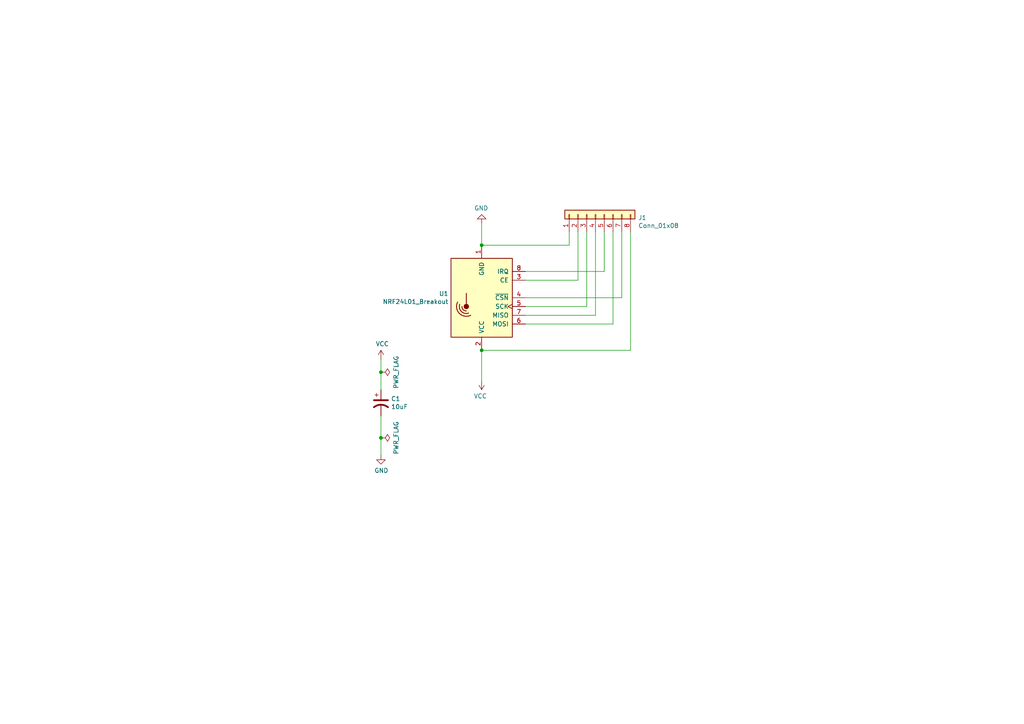
<source format=kicad_sch>
(kicad_sch (version 20211123) (generator eeschema)
  (paper "A4")
  (title_block (title "NRF24 Breakout"))
  (lib_symbols
    (symbol "Connector_Generic:Conn_01x08" (pin_names (offset 1.016) hide)
      (property "Reference" "J" (at 0 10.16 0))
      (property "Value" "Conn_01x08" (at 0 -12.7 0))
      (symbol "Conn_01x08_1_1"
        (rectangle (start -1.27 -10.033) (end 0 -10.287) (stroke (width 0.1524)))
        (rectangle (start -1.27 -7.493) (end 0 -7.747) (stroke (width 0.1524)))
        (rectangle (start -1.27 -4.953) (end 0 -5.207) (stroke (width 0.1524)))
        (rectangle (start -1.27 -2.413) (end 0 -2.667) (stroke (width 0.1524)))
        (rectangle (start -1.27 0.127) (end 0 -0.127) (stroke (width 0.1524)))
        (rectangle (start -1.27 2.667) (end 0 2.413) (stroke (width 0.1524)))
        (rectangle (start -1.27 5.207) (end 0 4.953) (stroke (width 0.1524)))
        (rectangle (start -1.27 7.747) (end 0 7.493) (stroke (width 0.1524)))
        (rectangle (start -1.27 8.89) (end 1.27 -11.43) (stroke (width 0.254)) (fill (type background)))
        (pin passive line (at -5.08 7.62 0) (length 3.81) (name "Pin_1") (number "1"))
        (pin passive line (at -5.08 5.08 0) (length 3.81) (name "Pin_2") (number "2"))
        (pin passive line (at -5.08 2.54 0) (length 3.81) (name "Pin_3") (number "3"))
        (pin passive line (at -5.08 0 0) (length 3.81) (name "Pin_4") (number "4"))
        (pin passive line (at -5.08 -2.54 0) (length 3.81) (name "Pin_5") (number "5"))
        (pin passive line (at -5.08 -5.08 0) (length 3.81) (name "Pin_6") (number "6"))
        (pin passive line (at -5.08 -7.62 0) (length 3.81) (name "Pin_7") (number "7"))
        (pin passive line (at -5.08 -10.16 0) (length 3.81) (name "Pin_8") (number "8"))
      )
    )
    (symbol "RF:NRF24L01_Breakout" (pin_names (offset 1.016))
      (property "Reference" "U" (at -8.89 12.7 0))
      (property "Value" "NRF24L01_Breakout" (at 3.81 12.7 0))
      (symbol "NRF24L01_Breakout_0_1"
        (rectangle (start -8.89 11.43) (end 8.89 -11.43) (stroke (width 0.254)) (fill (type background)))
        (polyline (pts (xy 4.445 1.905) (xy 4.445 -1.27)) (stroke (width 0.254)))
        (circle (center 4.445 2.54) (radius 0.635) (stroke (width 0.254)) (fill (type outline)))
        (arc (start 5.715 2.54) (mid 5.3521 3.4546) (end 4.445 3.81) (stroke (width 0.254)))
        (arc (start 6.35 1.905) (mid 5.8763 3.9854) (end 3.81 4.445) (stroke (width 0.254)))
        (arc (start 6.985 1.27) (mid 6.453 4.548) (end 3.175 5.08) (stroke (width 0.254)))
      )
      (symbol "NRF24L01_Breakout_1_1"
        (pin power_in line (at 0 -15.24 90) (length 3.81) (name "GND") (number "1"))
        (pin power_in line (at 0 15.24 270) (length 3.81) (name "VCC") (number "2"))
        (pin input line (at -12.7 -5.08 0) (length 3.81) (name "CE") (number "3"))
        (pin input line (at -12.7 0 0) (length 3.81) (name "~{CSN}") (number "4"))
        (pin input clock (at -12.7 2.54 0) (length 3.81) (name "SCK") (number "5"))
        (pin input line (at -12.7 7.62 0) (length 3.81) (name "MOSI") (number "6"))
        (pin output line (at -12.7 5.08 0) (length 3.81) (name "MISO") (number "7"))
        (pin output line (at -12.7 -7.62 0) (length 3.81) (name "IRQ") (number "8"))
      )
    )
    (symbol "nrf24_breakout-rescue:CP1-Device" (pin_numbers hide) (pin_names (offset 0.254) hide)
      (property "Reference" "C" (at 0.635 2.54 0))
      (property "Value" "CP1-Device" (at 0.635 -2.54 0))
      (symbol "CP1-Device_0_1"
        (polyline (pts (xy -2.032 0.762) (xy 2.032 0.762)) (stroke (width 0.508)))
        (polyline (pts (xy -1.778 2.286) (xy -0.762 2.286)))
        (polyline (pts (xy -1.27 1.778) (xy -1.27 2.794)))
        (arc (start 2.032 -1.27) (mid 0 -0.5572) (end -2.032 -1.27) (stroke (width 0.508)))
      )
      (symbol "CP1-Device_1_1"
        (pin passive line (at 0 3.81 270) (length 2.794) (name "~") (number "1"))
        (pin passive line (at 0 -3.81 90) (length 3.302) (name "~") (number "2"))
      )
    )
    (symbol "power:GND" (power) (pin_names (offset 0))
      (property "Value" "GND" (at 0 -3.81 0))
      (symbol "GND_0_1"
        (polyline (pts (xy 0 0) (xy 0 -1.27) (xy 1.27 -1.27) (xy 0 -2.54) (xy -1.27 -1.27) (xy 0 -1.27)))
      )
      (symbol "GND_1_1"
        (pin power_in line (at 0 0 270) (length 0) hide (name "GND") (number "1"))
      )
    )
    (symbol "power:PWR_FLAG" (power) (pin_numbers hide) (pin_names (offset 0) hide)
      (property "Value" "PWR_FLAG" (at 0 3.81 0))
      (symbol "PWR_FLAG_0_0"
        (pin power_out line (at 0 0 90) (length 0) (name "pwr") (number "1"))
      )
      (symbol "PWR_FLAG_0_1"
        (polyline (pts (xy 0 0) (xy 0 1.27) (xy -1.016 1.905) (xy 0 2.54) (xy 1.016 1.905) (xy 0 1.27)))
      )
    )
    (symbol "power:VCC" (power) (pin_names (offset 0))
      (property "Value" "VCC" (at 0 3.81 0))
      (symbol "VCC_0_1"
        (polyline (pts (xy -0.762 1.27) (xy 0 2.54)))
        (polyline (pts (xy 0 0) (xy 0 2.54)))
        (polyline (pts (xy 0 2.54) (xy 0.762 1.27)))
      )
      (symbol "VCC_1_1"
        (pin power_in line (at 0 0 90) (length 0) hide (name "VCC") (number "1"))
      )
    )
  )
  (junction (at 110.49 127))
  (junction (at 110.49 107.95))
  (junction (at 139.7 71.12))
  (junction (at 139.7 101.6))
  (wire (pts (xy 175.26 78.74) (xy 175.26 67.31)))
  (wire (pts (xy 110.49 104.14) (xy 110.49 107.95)))
  (wire (pts (xy 110.49 127) (xy 110.49 132.08)))
  (wire (pts (xy 180.34 86.36) (xy 180.34 67.31)))
  (wire (pts (xy 172.72 91.44) (xy 172.72 67.31)))
  (wire (pts (xy 177.8 93.98) (xy 177.8 67.31)))
  (wire (pts (xy 170.18 88.9) (xy 170.18 67.31)))
  (wire (pts (xy 139.7 64.77) (xy 139.7 71.12)))
  (wire (pts (xy 182.88 101.6) (xy 139.7 101.6)))
  (wire (pts (xy 165.1 71.12) (xy 165.1 67.31)))
  (wire (pts (xy 139.7 101.6) (xy 139.7 110.49)))
  (wire (pts (xy 152.4 81.28) (xy 167.64 81.28)))
  (wire (pts (xy 167.64 81.28) (xy 167.64 67.31)))
  (wire (pts (xy 152.4 78.74) (xy 175.26 78.74)))
  (wire (pts (xy 152.4 86.36) (xy 180.34 86.36)))
  (wire (pts (xy 152.4 88.9) (xy 170.18 88.9)))
  (wire (pts (xy 182.88 67.31) (xy 182.88 101.6)))
  (wire (pts (xy 152.4 93.98) (xy 177.8 93.98)))
  (wire (pts (xy 110.49 120.65) (xy 110.49 127)))
  (wire (pts (xy 110.49 107.95) (xy 110.49 113.03)))
  (wire (pts (xy 152.4 91.44) (xy 172.72 91.44)))
  (wire (pts (xy 139.7 71.12) (xy 165.1 71.12)))
  (symbol (lib_id "RF:NRF24L01_Breakout") (at 139.7 86.36 180) (unit 1)
    (property "Reference" "U1" (at 130.0734 85.1916 0) (effects (justify left)))
    (property "Value" "NRF24L01_Breakout" (at 130.0734 87.503 0) (effects (justify left)))
    (property "Footprint" "RF_Module:nRF24L01_Breakout" (effects hide))
    (property "Datasheet" "http://www.nordicsemi.com/eng/content/download/2730/34105/file/nRF24L01_Product_Specification_v2_0.pdf" (effects hide))
  )
  (symbol (lib_id "power:PWR_FLAG") (at 110.49 127 270) (unit 1)
    (property "Reference" "#FLG0101" (effects hide))
    (property "Value" "PWR_FLAG" (at 114.8842 127 0))
  )
  (symbol (lib_id "power:PWR_FLAG") (at 110.49 107.95 270) (unit 1)
    (property "Reference" "#FLG0102" (effects hide))
    (property "Value" "PWR_FLAG" (at 114.8842 107.95 0))
  )
  (symbol (lib_id "nrf24_breakout-rescue:CP1-Device") (at 110.49 116.84 0) (unit 1)
    (property "Reference" "C1" (at 113.411 115.6716 0) (effects (justify left)))
    (property "Value" "10uF" (at 113.411 117.983 0) (effects (justify left)))
    (property "Footprint" "Capacitor_THT:CP_Radial_D10.0mm_P5.00mm" (effects hide))
  )
  (symbol (lib_id "power:GND") (at 139.7 64.77 180) (unit 1)
    (property "Reference" "#PWR0101" (effects hide))
    (property "Value" "GND" (at 139.573 60.3758 0))
  )
  (symbol (lib_id "power:VCC") (at 139.7 110.49 180) (unit 1)
    (property "Reference" "#PWR0102" (effects hide))
    (property "Value" "VCC" (at 139.319 114.8842 0))
  )
  (symbol (lib_id "power:VCC") (at 110.49 104.14 0) (unit 1)
    (property "Reference" "#PWR0103" (effects hide))
    (property "Value" "VCC" (at 110.871 99.7458 0))
  )
  (symbol (lib_id "power:GND") (at 110.49 132.08 0) (unit 1)
    (property "Reference" "#PWR0104" (effects hide))
    (property "Value" "GND" (at 110.617 136.4742 0))
  )
  (symbol (lib_id "Connector_Generic:Conn_01x08") (at 172.72 62.23 90) (unit 1)
    (property "Reference" "J1" (at 185.1152 63.1444 90) (effects (justify right)))
    (property "Value" "Conn_01x08" (at 185.1152 65.4558 90) (effects (justify right)))
    (property "Footprint" "Connector_PinHeader_2.54mm:PinHeader_1x08_P2.54mm_Vertical" (effects hide))
  )
)
</source>
